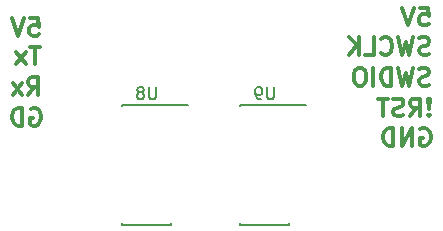
<source format=gbo>
G04 #@! TF.GenerationSoftware,KiCad,Pcbnew,(5.0.2)-1*
G04 #@! TF.CreationDate,2020-07-12T04:03:39+02:00*
G04 #@! TF.ProjectId,TempSpike,54656d70-5370-4696-9b65-2e6b69636164,rev?*
G04 #@! TF.SameCoordinates,Original*
G04 #@! TF.FileFunction,Legend,Bot*
G04 #@! TF.FilePolarity,Positive*
%FSLAX46Y46*%
G04 Gerber Fmt 4.6, Leading zero omitted, Abs format (unit mm)*
G04 Created by KiCad (PCBNEW (5.0.2)-1) date 2020/07/12 04:03:39*
%MOMM*%
%LPD*%
G01*
G04 APERTURE LIST*
%ADD10C,0.300000*%
%ADD11C,0.150000*%
G04 APERTURE END LIST*
D10*
X140142857Y-46478571D02*
X140642857Y-45764285D01*
X141000000Y-46478571D02*
X141000000Y-44978571D01*
X140428571Y-44978571D01*
X140285714Y-45050000D01*
X140214285Y-45121428D01*
X140142857Y-45264285D01*
X140142857Y-45478571D01*
X140214285Y-45621428D01*
X140285714Y-45692857D01*
X140428571Y-45764285D01*
X141000000Y-45764285D01*
X139642857Y-46478571D02*
X138857142Y-45478571D01*
X139642857Y-45478571D02*
X138857142Y-46478571D01*
X141135714Y-42378571D02*
X140278571Y-42378571D01*
X140707142Y-43878571D02*
X140707142Y-42378571D01*
X139921428Y-43878571D02*
X139135714Y-42878571D01*
X139921428Y-42878571D02*
X139135714Y-43878571D01*
X140357142Y-47650000D02*
X140500000Y-47578571D01*
X140714285Y-47578571D01*
X140928571Y-47650000D01*
X141071428Y-47792857D01*
X141142857Y-47935714D01*
X141214285Y-48221428D01*
X141214285Y-48435714D01*
X141142857Y-48721428D01*
X141071428Y-48864285D01*
X140928571Y-49007142D01*
X140714285Y-49078571D01*
X140571428Y-49078571D01*
X140357142Y-49007142D01*
X140285714Y-48935714D01*
X140285714Y-48435714D01*
X140571428Y-48435714D01*
X139642857Y-49078571D02*
X139642857Y-47578571D01*
X139285714Y-47578571D01*
X139071428Y-47650000D01*
X138928571Y-47792857D01*
X138857142Y-47935714D01*
X138785714Y-48221428D01*
X138785714Y-48435714D01*
X138857142Y-48721428D01*
X138928571Y-48864285D01*
X139071428Y-49007142D01*
X139285714Y-49078571D01*
X139642857Y-49078571D01*
X140285714Y-39978571D02*
X141000000Y-39978571D01*
X141071428Y-40692857D01*
X141000000Y-40621428D01*
X140857142Y-40550000D01*
X140500000Y-40550000D01*
X140357142Y-40621428D01*
X140285714Y-40692857D01*
X140214285Y-40835714D01*
X140214285Y-41192857D01*
X140285714Y-41335714D01*
X140357142Y-41407142D01*
X140500000Y-41478571D01*
X140857142Y-41478571D01*
X141000000Y-41407142D01*
X141071428Y-41335714D01*
X139785714Y-39978571D02*
X139285714Y-41478571D01*
X138785714Y-39978571D01*
X173342857Y-49350000D02*
X173485714Y-49278571D01*
X173700000Y-49278571D01*
X173914285Y-49350000D01*
X174057142Y-49492857D01*
X174128571Y-49635714D01*
X174200000Y-49921428D01*
X174200000Y-50135714D01*
X174128571Y-50421428D01*
X174057142Y-50564285D01*
X173914285Y-50707142D01*
X173700000Y-50778571D01*
X173557142Y-50778571D01*
X173342857Y-50707142D01*
X173271428Y-50635714D01*
X173271428Y-50135714D01*
X173557142Y-50135714D01*
X172628571Y-50778571D02*
X172628571Y-49278571D01*
X171771428Y-50778571D01*
X171771428Y-49278571D01*
X171057142Y-50778571D02*
X171057142Y-49278571D01*
X170700000Y-49278571D01*
X170485714Y-49350000D01*
X170342857Y-49492857D01*
X170271428Y-49635714D01*
X170200000Y-49921428D01*
X170200000Y-50135714D01*
X170271428Y-50421428D01*
X170342857Y-50564285D01*
X170485714Y-50707142D01*
X170700000Y-50778571D01*
X171057142Y-50778571D01*
X174035714Y-48135714D02*
X173964285Y-48207142D01*
X174035714Y-48278571D01*
X174107142Y-48207142D01*
X174035714Y-48135714D01*
X174035714Y-48278571D01*
X174035714Y-47707142D02*
X174107142Y-46850000D01*
X174035714Y-46778571D01*
X173964285Y-46850000D01*
X174035714Y-47707142D01*
X174035714Y-46778571D01*
X172464285Y-48278571D02*
X172964285Y-47564285D01*
X173321428Y-48278571D02*
X173321428Y-46778571D01*
X172750000Y-46778571D01*
X172607142Y-46850000D01*
X172535714Y-46921428D01*
X172464285Y-47064285D01*
X172464285Y-47278571D01*
X172535714Y-47421428D01*
X172607142Y-47492857D01*
X172750000Y-47564285D01*
X173321428Y-47564285D01*
X171892857Y-48207142D02*
X171678571Y-48278571D01*
X171321428Y-48278571D01*
X171178571Y-48207142D01*
X171107142Y-48135714D01*
X171035714Y-47992857D01*
X171035714Y-47850000D01*
X171107142Y-47707142D01*
X171178571Y-47635714D01*
X171321428Y-47564285D01*
X171607142Y-47492857D01*
X171750000Y-47421428D01*
X171821428Y-47350000D01*
X171892857Y-47207142D01*
X171892857Y-47064285D01*
X171821428Y-46921428D01*
X171750000Y-46850000D01*
X171607142Y-46778571D01*
X171250000Y-46778571D01*
X171035714Y-46850000D01*
X170607142Y-46778571D02*
X169750000Y-46778571D01*
X170178571Y-48278571D02*
X170178571Y-46778571D01*
X174078571Y-45607142D02*
X173864285Y-45678571D01*
X173507142Y-45678571D01*
X173364285Y-45607142D01*
X173292857Y-45535714D01*
X173221428Y-45392857D01*
X173221428Y-45250000D01*
X173292857Y-45107142D01*
X173364285Y-45035714D01*
X173507142Y-44964285D01*
X173792857Y-44892857D01*
X173935714Y-44821428D01*
X174007142Y-44750000D01*
X174078571Y-44607142D01*
X174078571Y-44464285D01*
X174007142Y-44321428D01*
X173935714Y-44250000D01*
X173792857Y-44178571D01*
X173435714Y-44178571D01*
X173221428Y-44250000D01*
X172721428Y-44178571D02*
X172364285Y-45678571D01*
X172078571Y-44607142D01*
X171792857Y-45678571D01*
X171435714Y-44178571D01*
X170864285Y-45678571D02*
X170864285Y-44178571D01*
X170507142Y-44178571D01*
X170292857Y-44250000D01*
X170150000Y-44392857D01*
X170078571Y-44535714D01*
X170007142Y-44821428D01*
X170007142Y-45035714D01*
X170078571Y-45321428D01*
X170150000Y-45464285D01*
X170292857Y-45607142D01*
X170507142Y-45678571D01*
X170864285Y-45678571D01*
X169364285Y-45678571D02*
X169364285Y-44178571D01*
X168364285Y-44178571D02*
X168078571Y-44178571D01*
X167935714Y-44250000D01*
X167792857Y-44392857D01*
X167721428Y-44678571D01*
X167721428Y-45178571D01*
X167792857Y-45464285D01*
X167935714Y-45607142D01*
X168078571Y-45678571D01*
X168364285Y-45678571D01*
X168507142Y-45607142D01*
X168650000Y-45464285D01*
X168721428Y-45178571D01*
X168721428Y-44678571D01*
X168650000Y-44392857D01*
X168507142Y-44250000D01*
X168364285Y-44178571D01*
X174092857Y-43007142D02*
X173878571Y-43078571D01*
X173521428Y-43078571D01*
X173378571Y-43007142D01*
X173307142Y-42935714D01*
X173235714Y-42792857D01*
X173235714Y-42650000D01*
X173307142Y-42507142D01*
X173378571Y-42435714D01*
X173521428Y-42364285D01*
X173807142Y-42292857D01*
X173950000Y-42221428D01*
X174021428Y-42150000D01*
X174092857Y-42007142D01*
X174092857Y-41864285D01*
X174021428Y-41721428D01*
X173950000Y-41650000D01*
X173807142Y-41578571D01*
X173450000Y-41578571D01*
X173235714Y-41650000D01*
X172735714Y-41578571D02*
X172378571Y-43078571D01*
X172092857Y-42007142D01*
X171807142Y-43078571D01*
X171450000Y-41578571D01*
X170021428Y-42935714D02*
X170092857Y-43007142D01*
X170307142Y-43078571D01*
X170450000Y-43078571D01*
X170664285Y-43007142D01*
X170807142Y-42864285D01*
X170878571Y-42721428D01*
X170950000Y-42435714D01*
X170950000Y-42221428D01*
X170878571Y-41935714D01*
X170807142Y-41792857D01*
X170664285Y-41650000D01*
X170450000Y-41578571D01*
X170307142Y-41578571D01*
X170092857Y-41650000D01*
X170021428Y-41721428D01*
X168664285Y-43078571D02*
X169378571Y-43078571D01*
X169378571Y-41578571D01*
X168164285Y-43078571D02*
X168164285Y-41578571D01*
X167307142Y-43078571D02*
X167950000Y-42221428D01*
X167307142Y-41578571D02*
X168164285Y-42435714D01*
X173285714Y-39078571D02*
X174000000Y-39078571D01*
X174071428Y-39792857D01*
X174000000Y-39721428D01*
X173857142Y-39650000D01*
X173500000Y-39650000D01*
X173357142Y-39721428D01*
X173285714Y-39792857D01*
X173214285Y-39935714D01*
X173214285Y-40292857D01*
X173285714Y-40435714D01*
X173357142Y-40507142D01*
X173500000Y-40578571D01*
X173857142Y-40578571D01*
X174000000Y-40507142D01*
X174071428Y-40435714D01*
X172785714Y-39078571D02*
X172285714Y-40578571D01*
X171785714Y-39078571D01*
D11*
G04 #@! TO.C,U8*
X152245000Y-47305000D02*
X152245000Y-47330000D01*
X148095000Y-47305000D02*
X148095000Y-47410000D01*
X148095000Y-57455000D02*
X148095000Y-57350000D01*
X152245000Y-57455000D02*
X152245000Y-57350000D01*
X152245000Y-47305000D02*
X148095000Y-47305000D01*
X152245000Y-57455000D02*
X148095000Y-57455000D01*
X152245000Y-47330000D02*
X153620000Y-47330000D01*
G04 #@! TO.C,U9*
X162245000Y-47305000D02*
X162245000Y-47330000D01*
X158095000Y-47305000D02*
X158095000Y-47410000D01*
X158095000Y-57455000D02*
X158095000Y-57350000D01*
X162245000Y-57455000D02*
X162245000Y-57350000D01*
X162245000Y-47305000D02*
X158095000Y-47305000D01*
X162245000Y-57455000D02*
X158095000Y-57455000D01*
X162245000Y-47330000D02*
X163620000Y-47330000D01*
G04 #@! TO.C,U8*
X150931904Y-45832380D02*
X150931904Y-46641904D01*
X150884285Y-46737142D01*
X150836666Y-46784761D01*
X150741428Y-46832380D01*
X150550952Y-46832380D01*
X150455714Y-46784761D01*
X150408095Y-46737142D01*
X150360476Y-46641904D01*
X150360476Y-45832380D01*
X149741428Y-46260952D02*
X149836666Y-46213333D01*
X149884285Y-46165714D01*
X149931904Y-46070476D01*
X149931904Y-46022857D01*
X149884285Y-45927619D01*
X149836666Y-45880000D01*
X149741428Y-45832380D01*
X149550952Y-45832380D01*
X149455714Y-45880000D01*
X149408095Y-45927619D01*
X149360476Y-46022857D01*
X149360476Y-46070476D01*
X149408095Y-46165714D01*
X149455714Y-46213333D01*
X149550952Y-46260952D01*
X149741428Y-46260952D01*
X149836666Y-46308571D01*
X149884285Y-46356190D01*
X149931904Y-46451428D01*
X149931904Y-46641904D01*
X149884285Y-46737142D01*
X149836666Y-46784761D01*
X149741428Y-46832380D01*
X149550952Y-46832380D01*
X149455714Y-46784761D01*
X149408095Y-46737142D01*
X149360476Y-46641904D01*
X149360476Y-46451428D01*
X149408095Y-46356190D01*
X149455714Y-46308571D01*
X149550952Y-46260952D01*
G04 #@! TO.C,U9*
X160931904Y-45832380D02*
X160931904Y-46641904D01*
X160884285Y-46737142D01*
X160836666Y-46784761D01*
X160741428Y-46832380D01*
X160550952Y-46832380D01*
X160455714Y-46784761D01*
X160408095Y-46737142D01*
X160360476Y-46641904D01*
X160360476Y-45832380D01*
X159836666Y-46832380D02*
X159646190Y-46832380D01*
X159550952Y-46784761D01*
X159503333Y-46737142D01*
X159408095Y-46594285D01*
X159360476Y-46403809D01*
X159360476Y-46022857D01*
X159408095Y-45927619D01*
X159455714Y-45880000D01*
X159550952Y-45832380D01*
X159741428Y-45832380D01*
X159836666Y-45880000D01*
X159884285Y-45927619D01*
X159931904Y-46022857D01*
X159931904Y-46260952D01*
X159884285Y-46356190D01*
X159836666Y-46403809D01*
X159741428Y-46451428D01*
X159550952Y-46451428D01*
X159455714Y-46403809D01*
X159408095Y-46356190D01*
X159360476Y-46260952D01*
G04 #@! TD*
M02*

</source>
